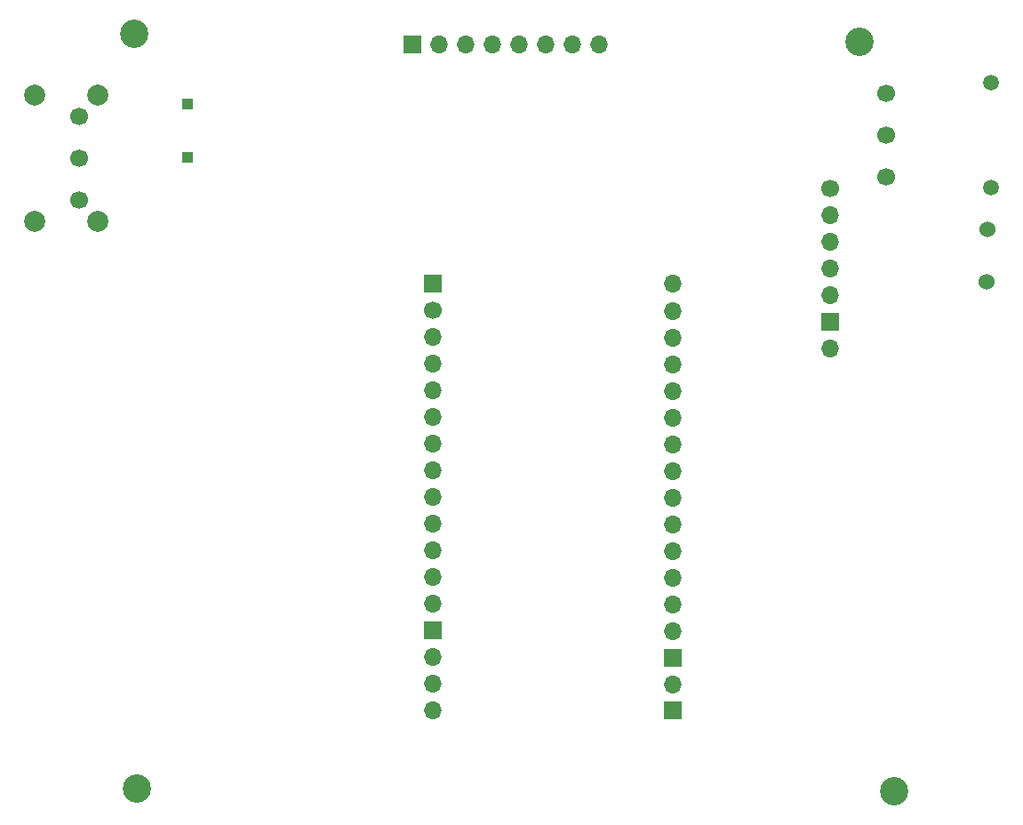
<source format=gbs>
%TF.GenerationSoftware,KiCad,Pcbnew,6.0.2+dfsg-1*%
%TF.CreationDate,2023-02-12T20:47:08+01:00*%
%TF.ProjectId,picopico,7069636f-7069-4636-9f2e-6b696361645f,rev?*%
%TF.SameCoordinates,Original*%
%TF.FileFunction,Soldermask,Bot*%
%TF.FilePolarity,Negative*%
%FSLAX46Y46*%
G04 Gerber Fmt 4.6, Leading zero omitted, Abs format (unit mm)*
G04 Created by KiCad (PCBNEW 6.0.2+dfsg-1) date 2023-02-12 20:47:08*
%MOMM*%
%LPD*%
G01*
G04 APERTURE LIST*
%ADD10C,2.700000*%
%ADD11C,2.000000*%
%ADD12C,1.700000*%
%ADD13C,1.500000*%
%ADD14R,1.700000X1.700000*%
%ADD15O,1.700000X1.700000*%
%ADD16C,1.524000*%
%ADD17R,1.000000X1.000000*%
G04 APERTURE END LIST*
D10*
%TO.C,H5*%
X81788000Y-91186000D03*
%TD*%
%TO.C,H2*%
X81534000Y-19304000D03*
%TD*%
%TO.C,H3*%
X150622000Y-20066000D03*
%TD*%
%TO.C,H1*%
X153924000Y-91440000D03*
%TD*%
D11*
%TO.C,SW1*%
X72075500Y-37157500D03*
X78075500Y-25157500D03*
X72075500Y-25157500D03*
X78075500Y-37157500D03*
D12*
X76325500Y-27157500D03*
X76325500Y-31157500D03*
X76325500Y-35157500D03*
%TD*%
D13*
%TO.C,U2*%
X163155000Y-33956000D03*
X163155000Y-23956000D03*
D12*
X153155000Y-24956000D03*
X153155000Y-28956000D03*
X153155000Y-32956000D03*
%TD*%
D14*
%TO.C,J2*%
X108034200Y-20291200D03*
D15*
X110574200Y-20291200D03*
X113114200Y-20291200D03*
X115654200Y-20291200D03*
X118194200Y-20291200D03*
X120734200Y-20291200D03*
X123274200Y-20291200D03*
X125814200Y-20291200D03*
%TD*%
D12*
%TO.C,J1*%
X147828000Y-34036000D03*
D15*
X147828000Y-36576000D03*
X147828000Y-39116000D03*
X147828000Y-41656000D03*
X147828000Y-44196000D03*
D14*
X147828000Y-46736000D03*
D15*
X147828000Y-49276000D03*
D16*
X162843000Y-37916000D03*
X162773000Y-42926000D03*
%TD*%
D17*
%TO.C,TP4*%
X86615500Y-31093000D03*
%TD*%
D15*
%TO.C,U1*%
X132810000Y-43085000D03*
X132810000Y-45720000D03*
X132810000Y-48260000D03*
X132810000Y-50800000D03*
X132810000Y-53340000D03*
X132810000Y-55880000D03*
X132810000Y-58420000D03*
X132810000Y-60960000D03*
X132810000Y-63500000D03*
X132810000Y-66040000D03*
X132810000Y-68580000D03*
X132810000Y-71120000D03*
X132810000Y-73660000D03*
X132810000Y-76200000D03*
D14*
X132810000Y-78740000D03*
D15*
X132810000Y-81280000D03*
D14*
X132810000Y-83725000D03*
D15*
X109950000Y-83725000D03*
X109950000Y-81185000D03*
X109950000Y-78645000D03*
D14*
X109950000Y-76105000D03*
D15*
X109950000Y-73565000D03*
X109950000Y-71025000D03*
X109950000Y-68485000D03*
X109950000Y-65945000D03*
X109950000Y-63405000D03*
X109950000Y-60865000D03*
X109950000Y-58325000D03*
X109950000Y-55785000D03*
X109950000Y-53245000D03*
X109950000Y-50705000D03*
X109950000Y-48165000D03*
D12*
X109950000Y-45625000D03*
D14*
X109950000Y-43085000D03*
%TD*%
D17*
%TO.C,TP3*%
X86615500Y-26013000D03*
%TD*%
M02*

</source>
